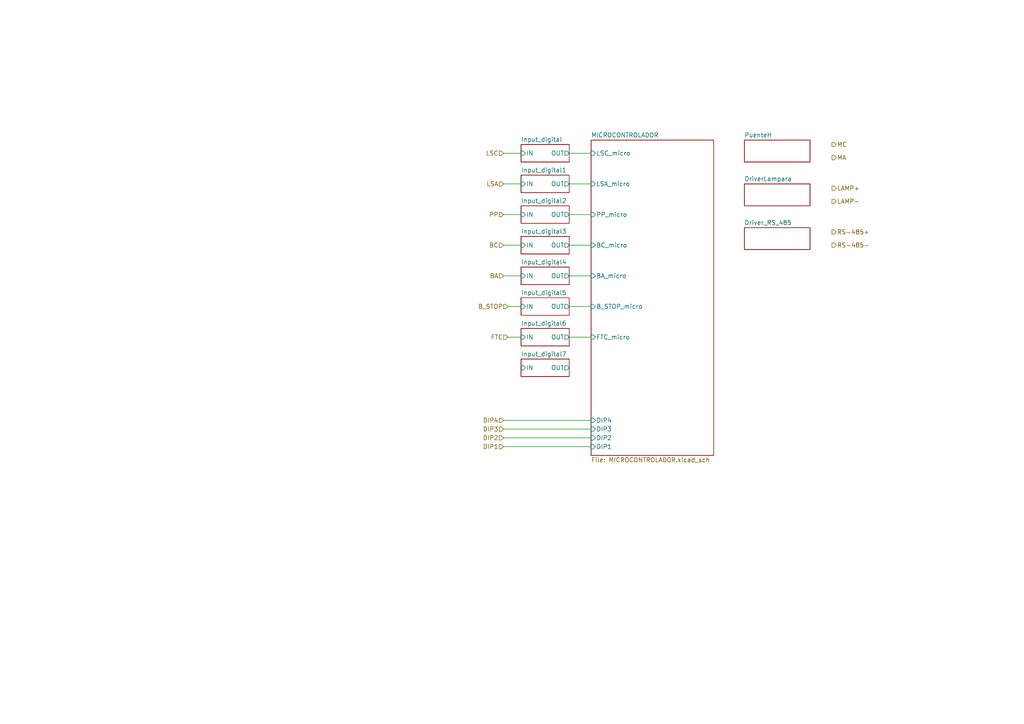
<source format=kicad_sch>
(kicad_sch
	(version 20250114)
	(generator "eeschema")
	(generator_version "9.0")
	(uuid "d0fe5677-f880-4651-8774-e9aeb304ae1a")
	(paper "A4")
	(lib_symbols)
	(wire
		(pts
			(xy 146.05 124.46) (xy 171.45 124.46)
		)
		(stroke
			(width 0)
			(type default)
		)
		(uuid "00c3f3d2-9400-418b-9868-5d78c4cbf39e")
	)
	(wire
		(pts
			(xy 146.05 121.92) (xy 171.45 121.92)
		)
		(stroke
			(width 0)
			(type default)
		)
		(uuid "00da3a63-4639-4c33-9a16-d4ba389ae782")
	)
	(wire
		(pts
			(xy 165.1 97.79) (xy 171.45 97.79)
		)
		(stroke
			(width 0)
			(type default)
		)
		(uuid "058bcb01-c98c-4d8a-9271-a0b84e83ddb9")
	)
	(wire
		(pts
			(xy 165.1 62.23) (xy 171.45 62.23)
		)
		(stroke
			(width 0)
			(type default)
		)
		(uuid "0ad70b3b-eb2d-41e6-832d-dcf01a9451ee")
	)
	(wire
		(pts
			(xy 146.05 129.54) (xy 171.45 129.54)
		)
		(stroke
			(width 0)
			(type default)
		)
		(uuid "1468d6a1-ae65-4116-940e-7476c6b0410e")
	)
	(wire
		(pts
			(xy 165.1 44.45) (xy 171.45 44.45)
		)
		(stroke
			(width 0)
			(type default)
		)
		(uuid "362117b9-2306-42b0-b104-cd9b0839b119")
	)
	(wire
		(pts
			(xy 146.05 127) (xy 171.45 127)
		)
		(stroke
			(width 0)
			(type default)
		)
		(uuid "59957391-6af1-4b76-83a1-cc0b94e4e790")
	)
	(wire
		(pts
			(xy 165.1 88.9) (xy 171.45 88.9)
		)
		(stroke
			(width 0)
			(type default)
		)
		(uuid "599a7d92-85e5-4f5f-93cd-a8c9ff16fc39")
	)
	(wire
		(pts
			(xy 146.05 44.45) (xy 151.13 44.45)
		)
		(stroke
			(width 0)
			(type default)
		)
		(uuid "5b38a06d-1ae9-455f-bbbe-2336cd336613")
	)
	(wire
		(pts
			(xy 146.05 62.23) (xy 151.13 62.23)
		)
		(stroke
			(width 0)
			(type default)
		)
		(uuid "6467e95c-d278-4639-9b09-93d235c8f937")
	)
	(wire
		(pts
			(xy 146.05 53.34) (xy 151.13 53.34)
		)
		(stroke
			(width 0)
			(type default)
		)
		(uuid "a9ecc670-3a14-4dc5-9de1-1ac76616737d")
	)
	(wire
		(pts
			(xy 146.05 71.12) (xy 151.13 71.12)
		)
		(stroke
			(width 0)
			(type default)
		)
		(uuid "b1ee17b1-1542-491a-9564-99c7b03189b3")
	)
	(wire
		(pts
			(xy 147.32 97.79) (xy 151.13 97.79)
		)
		(stroke
			(width 0)
			(type default)
		)
		(uuid "bf242e5a-ee05-47b5-9854-e2c87827d93f")
	)
	(wire
		(pts
			(xy 165.1 53.34) (xy 171.45 53.34)
		)
		(stroke
			(width 0)
			(type default)
		)
		(uuid "d23f534f-2dec-4b57-aa23-165c9a8b458f")
	)
	(wire
		(pts
			(xy 165.1 71.12) (xy 171.45 71.12)
		)
		(stroke
			(width 0)
			(type default)
		)
		(uuid "dbe99ae2-52ac-4ddc-8f6f-522ed0da12a3")
	)
	(wire
		(pts
			(xy 146.05 80.01) (xy 151.13 80.01)
		)
		(stroke
			(width 0)
			(type default)
		)
		(uuid "e244d5d7-4f1c-408e-859a-c763c265176f")
	)
	(wire
		(pts
			(xy 147.32 88.9) (xy 151.13 88.9)
		)
		(stroke
			(width 0)
			(type default)
		)
		(uuid "ea0f7266-d23a-4698-96c3-ff21ee4fad2c")
	)
	(wire
		(pts
			(xy 165.1 80.01) (xy 171.45 80.01)
		)
		(stroke
			(width 0)
			(type default)
		)
		(uuid "f09b4cd0-cceb-45f3-a7d9-f9f4eec3fe45")
	)
	(hierarchical_label "PP"
		(shape input)
		(at 146.05 62.23 180)
		(effects
			(font
				(size 1.27 1.27)
			)
			(justify right)
		)
		(uuid "107aaee1-f3cd-4a48-b284-5cc7ff503d93")
	)
	(hierarchical_label "MC"
		(shape output)
		(at 241.3 41.91 0)
		(effects
			(font
				(size 1.27 1.27)
			)
			(justify left)
		)
		(uuid "2b73c386-a490-4f2b-871c-762513c9c057")
	)
	(hierarchical_label "DIP1"
		(shape input)
		(at 146.05 129.54 180)
		(effects
			(font
				(size 1.27 1.27)
			)
			(justify right)
		)
		(uuid "2d22d601-5141-4bfc-a370-7bbf2ad17032")
	)
	(hierarchical_label "LSC"
		(shape input)
		(at 146.05 44.45 180)
		(effects
			(font
				(size 1.27 1.27)
			)
			(justify right)
		)
		(uuid "46f98ffd-545c-4593-9fc7-cf54d9c1fafd")
	)
	(hierarchical_label "LAMP-"
		(shape output)
		(at 241.3 58.42 0)
		(effects
			(font
				(size 1.27 1.27)
			)
			(justify left)
		)
		(uuid "476f71c0-a2b1-401c-89c2-18167d394dc0")
	)
	(hierarchical_label "MA"
		(shape output)
		(at 241.3 45.72 0)
		(effects
			(font
				(size 1.27 1.27)
			)
			(justify left)
		)
		(uuid "48808b55-9fd3-491c-bba5-b506f1a81ef0")
	)
	(hierarchical_label "RS-485-"
		(shape output)
		(at 241.3 71.12 0)
		(effects
			(font
				(size 1.27 1.27)
			)
			(justify left)
		)
		(uuid "6552502d-6c76-48a4-82ec-7e270f383e58")
	)
	(hierarchical_label "DIP3"
		(shape input)
		(at 146.05 124.46 180)
		(effects
			(font
				(size 1.27 1.27)
			)
			(justify right)
		)
		(uuid "67f3ab1e-2b8a-4cf7-80ba-6a023073a0f4")
	)
	(hierarchical_label "LAMP+"
		(shape output)
		(at 241.3 54.61 0)
		(effects
			(font
				(size 1.27 1.27)
			)
			(justify left)
		)
		(uuid "798c8e95-1ac9-468d-9dfc-89bf03faf16e")
	)
	(hierarchical_label "BA"
		(shape input)
		(at 146.05 80.01 180)
		(effects
			(font
				(size 1.27 1.27)
			)
			(justify right)
		)
		(uuid "8c66cd03-e072-4ed3-ab13-13ab652737ff")
	)
	(hierarchical_label "B_STOP"
		(shape input)
		(at 147.32 88.9 180)
		(effects
			(font
				(size 1.27 1.27)
			)
			(justify right)
		)
		(uuid "935dc878-5d11-4a05-8072-e48216e53eef")
	)
	(hierarchical_label "BC"
		(shape input)
		(at 146.05 71.12 180)
		(effects
			(font
				(size 1.27 1.27)
			)
			(justify right)
		)
		(uuid "a3509665-f516-4e3d-b528-80b6a5d6d73e")
	)
	(hierarchical_label "LSA"
		(shape input)
		(at 146.05 53.34 180)
		(effects
			(font
				(size 1.27 1.27)
			)
			(justify right)
		)
		(uuid "c92c5afa-2f57-416b-a477-9dc99b23ea2e")
	)
	(hierarchical_label "RS-485+"
		(shape output)
		(at 241.3 67.31 0)
		(effects
			(font
				(size 1.27 1.27)
			)
			(justify left)
		)
		(uuid "ce65a09c-455a-48fe-90b1-26415dc2ab2b")
	)
	(hierarchical_label "DIP4"
		(shape input)
		(at 146.05 121.92 180)
		(effects
			(font
				(size 1.27 1.27)
			)
			(justify right)
		)
		(uuid "d0fec52c-e474-477c-90d7-d22189f4de0c")
	)
	(hierarchical_label "FTC"
		(shape input)
		(at 147.32 97.79 180)
		(effects
			(font
				(size 1.27 1.27)
			)
			(justify right)
		)
		(uuid "db65cbec-27fa-4a75-ade8-0af98b0e9417")
	)
	(hierarchical_label "DIP2"
		(shape input)
		(at 146.05 127 180)
		(effects
			(font
				(size 1.27 1.27)
			)
			(justify right)
		)
		(uuid "ebd901c9-880c-477c-bdaa-123f8fbdd081")
	)
	(sheet
		(at 151.13 104.14)
		(size 13.97 5.08)
		(exclude_from_sim no)
		(in_bom yes)
		(on_board yes)
		(dnp no)
		(fields_autoplaced yes)
		(stroke
			(width 0.1524)
			(type solid)
		)
		(fill
			(color 0 0 0 0.0000)
		)
		(uuid "09889ae5-31b6-4315-a992-420fd2a21345")
		(property "Sheetname" "Input_digital7"
			(at 151.13 103.4284 0)
			(effects
				(font
					(size 1.27 1.27)
				)
				(justify left bottom)
			)
		)
		(property "Sheetfile" "Input_digital.kicad_sch"
			(at 151.13 109.8046 0)
			(effects
				(font
					(size 1.27 1.27)
				)
				(justify left top)
				(hide yes)
			)
		)
		(pin "IN" input
			(at 151.13 106.68 180)
			(uuid "73361028-7b0c-4aa1-9689-4d72da8e75a8")
			(effects
				(font
					(size 1.27 1.27)
				)
				(justify left)
			)
		)
		(pin "OUT" output
			(at 165.1 106.68 0)
			(uuid "c4ee683d-72bf-4f69-9216-790e316fecbe")
			(effects
				(font
					(size 1.27 1.27)
				)
				(justify right)
			)
		)
		(instances
			(project "Micro_puerta"
				(path "/1b977d99-1d22-4971-9e37-13f65a474bc7/be4a5a19-382f-465e-8ce7-b4d36dda7d2a"
					(page "10")
				)
			)
		)
	)
	(sheet
		(at 151.13 95.25)
		(size 13.97 5.08)
		(exclude_from_sim no)
		(in_bom yes)
		(on_board yes)
		(dnp no)
		(fields_autoplaced yes)
		(stroke
			(width 0.1524)
			(type solid)
		)
		(fill
			(color 0 0 0 0.0000)
		)
		(uuid "498ee43e-cb17-4bcb-97c5-78d25d4a76d9")
		(property "Sheetname" "Input_digital6"
			(at 151.13 94.5384 0)
			(effects
				(font
					(size 1.27 1.27)
				)
				(justify left bottom)
			)
		)
		(property "Sheetfile" "Input_digital.kicad_sch"
			(at 151.13 100.9146 0)
			(effects
				(font
					(size 1.27 1.27)
				)
				(justify left top)
				(hide yes)
			)
		)
		(pin "IN" input
			(at 151.13 97.79 180)
			(uuid "379934a9-b6e5-4854-b536-32690239b94c")
			(effects
				(font
					(size 1.27 1.27)
				)
				(justify left)
			)
		)
		(pin "OUT" output
			(at 165.1 97.79 0)
			(uuid "354b3e54-9153-4bb4-8da4-306ac2a30e26")
			(effects
				(font
					(size 1.27 1.27)
				)
				(justify right)
			)
		)
		(instances
			(project "Micro_puerta"
				(path "/1b977d99-1d22-4971-9e37-13f65a474bc7/be4a5a19-382f-465e-8ce7-b4d36dda7d2a"
					(page "9")
				)
			)
		)
	)
	(sheet
		(at 215.9 66.04)
		(size 19.05 6.35)
		(exclude_from_sim no)
		(in_bom yes)
		(on_board yes)
		(dnp no)
		(fields_autoplaced yes)
		(stroke
			(width 0.1524)
			(type solid)
		)
		(fill
			(color 0 0 0 0.0000)
		)
		(uuid "5997f8d1-ad14-4af7-ad5c-694bf1e7ea3c")
		(property "Sheetname" "Driver_RS_485"
			(at 215.9 65.3284 0)
			(effects
				(font
					(size 1.27 1.27)
				)
				(justify left bottom)
			)
		)
		(property "Sheetfile" "Driver_RS_485.kicad_sch"
			(at 215.9 72.9746 0)
			(effects
				(font
					(size 1.27 1.27)
				)
				(justify left top)
				(hide yes)
			)
		)
		(instances
			(project "Micro_puerta"
				(path "/1b977d99-1d22-4971-9e37-13f65a474bc7/be4a5a19-382f-465e-8ce7-b4d36dda7d2a"
					(page "15")
				)
			)
		)
	)
	(sheet
		(at 171.45 40.64)
		(size 35.56 91.44)
		(exclude_from_sim no)
		(in_bom yes)
		(on_board yes)
		(dnp no)
		(fields_autoplaced yes)
		(stroke
			(width 0.1524)
			(type solid)
		)
		(fill
			(color 0 0 0 0.0000)
		)
		(uuid "5df3b7e9-7623-4507-b778-b28e041d7a6c")
		(property "Sheetname" "MICROCONTROLADOR"
			(at 171.45 39.9284 0)
			(effects
				(font
					(size 1.27 1.27)
				)
				(justify left bottom)
			)
		)
		(property "Sheetfile" "MICROCONTROLADOR.kicad_sch"
			(at 171.45 132.6646 0)
			(effects
				(font
					(size 1.27 1.27)
				)
				(justify left top)
			)
		)
		(pin "DIP1" input
			(at 171.45 129.54 180)
			(uuid "8616ee00-7017-4392-9eb7-acb9724f0e9e")
			(effects
				(font
					(size 1.27 1.27)
				)
				(justify left)
			)
		)
		(pin "DIP2" input
			(at 171.45 127 180)
			(uuid "a741d09a-c3b8-432f-8244-776e083237ed")
			(effects
				(font
					(size 1.27 1.27)
				)
				(justify left)
			)
		)
		(pin "DIP3" input
			(at 171.45 124.46 180)
			(uuid "e5c8c760-9686-4fce-8af3-bb43e31ae134")
			(effects
				(font
					(size 1.27 1.27)
				)
				(justify left)
			)
		)
		(pin "DIP4" input
			(at 171.45 121.92 180)
			(uuid "7d6e5eca-5bce-4eb7-8a44-43fa51558b37")
			(effects
				(font
					(size 1.27 1.27)
				)
				(justify left)
			)
		)
		(pin "BA_micro" input
			(at 171.45 80.01 180)
			(uuid "92edf26a-7985-4dcc-92cd-3e0e55a29492")
			(effects
				(font
					(size 1.27 1.27)
				)
				(justify left)
			)
		)
		(pin "BC_micro" input
			(at 171.45 71.12 180)
			(uuid "e3d24562-2c17-44b8-9a10-5cf9605b69fc")
			(effects
				(font
					(size 1.27 1.27)
				)
				(justify left)
			)
		)
		(pin "B_STOP_micro" input
			(at 171.45 88.9 180)
			(uuid "b0354425-7dd9-4a17-9a6b-7716d07975df")
			(effects
				(font
					(size 1.27 1.27)
				)
				(justify left)
			)
		)
		(pin "FTC_micro" input
			(at 171.45 97.79 180)
			(uuid "a902d139-7572-4fb6-b7fb-9b5cf71a0777")
			(effects
				(font
					(size 1.27 1.27)
				)
				(justify left)
			)
		)
		(pin "LSA_micro" input
			(at 171.45 53.34 180)
			(uuid "8b79d217-51c9-4e5f-985d-a2667802cfb1")
			(effects
				(font
					(size 1.27 1.27)
				)
				(justify left)
			)
		)
		(pin "LSC_micro" input
			(at 171.45 44.45 180)
			(uuid "34c2937b-456d-4aa0-9873-fbe601552541")
			(effects
				(font
					(size 1.27 1.27)
				)
				(justify left)
			)
		)
		(pin "PP_micro" input
			(at 171.45 62.23 180)
			(uuid "5dc7a3e6-f5fb-498c-888d-5d2585682f5a")
			(effects
				(font
					(size 1.27 1.27)
				)
				(justify left)
			)
		)
		(instances
			(project "Micro_puerta"
				(path "/1b977d99-1d22-4971-9e37-13f65a474bc7/be4a5a19-382f-465e-8ce7-b4d36dda7d2a"
					(page "11")
				)
			)
		)
	)
	(sheet
		(at 151.13 50.8)
		(size 13.97 5.08)
		(exclude_from_sim no)
		(in_bom yes)
		(on_board yes)
		(dnp no)
		(fields_autoplaced yes)
		(stroke
			(width 0.1524)
			(type solid)
		)
		(fill
			(color 0 0 0 0.0000)
		)
		(uuid "63227406-7c3d-4285-83a6-b42f83ceff6b")
		(property "Sheetname" "Input_digital1"
			(at 151.13 50.0884 0)
			(effects
				(font
					(size 1.27 1.27)
				)
				(justify left bottom)
			)
		)
		(property "Sheetfile" "Input_digital.kicad_sch"
			(at 151.13 56.4646 0)
			(effects
				(font
					(size 1.27 1.27)
				)
				(justify left top)
				(hide yes)
			)
		)
		(pin "IN" input
			(at 151.13 53.34 180)
			(uuid "88af3a2a-0092-436f-a048-19872ee4ec13")
			(effects
				(font
					(size 1.27 1.27)
				)
				(justify left)
			)
		)
		(pin "OUT" output
			(at 165.1 53.34 0)
			(uuid "0fa70248-7ba3-497e-a066-1bbdfbea0256")
			(effects
				(font
					(size 1.27 1.27)
				)
				(justify right)
			)
		)
		(instances
			(project "Micro_puerta"
				(path "/1b977d99-1d22-4971-9e37-13f65a474bc7/be4a5a19-382f-465e-8ce7-b4d36dda7d2a"
					(page "4")
				)
			)
		)
	)
	(sheet
		(at 151.13 77.47)
		(size 13.97 5.08)
		(exclude_from_sim no)
		(in_bom yes)
		(on_board yes)
		(dnp no)
		(fields_autoplaced yes)
		(stroke
			(width 0.1524)
			(type solid)
		)
		(fill
			(color 0 0 0 0.0000)
		)
		(uuid "79e0d816-1df9-4317-b364-7dca1077c0d3")
		(property "Sheetname" "Input_digital4"
			(at 151.13 76.7584 0)
			(effects
				(font
					(size 1.27 1.27)
				)
				(justify left bottom)
			)
		)
		(property "Sheetfile" "Input_digital.kicad_sch"
			(at 151.13 83.1346 0)
			(effects
				(font
					(size 1.27 1.27)
				)
				(justify left top)
				(hide yes)
			)
		)
		(pin "IN" input
			(at 151.13 80.01 180)
			(uuid "20a85a29-24b7-47e7-82e4-e83bf714a08e")
			(effects
				(font
					(size 1.27 1.27)
				)
				(justify left)
			)
		)
		(pin "OUT" output
			(at 165.1 80.01 0)
			(uuid "5f80038e-fe5d-4efb-88ea-5b427af6b420")
			(effects
				(font
					(size 1.27 1.27)
				)
				(justify right)
			)
		)
		(instances
			(project "Micro_puerta"
				(path "/1b977d99-1d22-4971-9e37-13f65a474bc7/be4a5a19-382f-465e-8ce7-b4d36dda7d2a"
					(page "7")
				)
			)
		)
	)
	(sheet
		(at 151.13 68.58)
		(size 13.97 5.08)
		(exclude_from_sim no)
		(in_bom yes)
		(on_board yes)
		(dnp no)
		(fields_autoplaced yes)
		(stroke
			(width 0.1524)
			(type solid)
		)
		(fill
			(color 0 0 0 0.0000)
		)
		(uuid "7bcfcb45-1e59-442b-9b75-6f4c16a8f83c")
		(property "Sheetname" "Input_digital3"
			(at 151.13 67.8684 0)
			(effects
				(font
					(size 1.27 1.27)
				)
				(justify left bottom)
			)
		)
		(property "Sheetfile" "Input_digital.kicad_sch"
			(at 151.13 74.2446 0)
			(effects
				(font
					(size 1.27 1.27)
				)
				(justify left top)
				(hide yes)
			)
		)
		(pin "IN" input
			(at 151.13 71.12 180)
			(uuid "0eada5bf-8893-4b3e-b2a2-a30a1c5b959f")
			(effects
				(font
					(size 1.27 1.27)
				)
				(justify left)
			)
		)
		(pin "OUT" output
			(at 165.1 71.12 0)
			(uuid "63f7e5d1-6375-4147-b742-296b558eb40b")
			(effects
				(font
					(size 1.27 1.27)
				)
				(justify right)
			)
		)
		(instances
			(project "Micro_puerta"
				(path "/1b977d99-1d22-4971-9e37-13f65a474bc7/be4a5a19-382f-465e-8ce7-b4d36dda7d2a"
					(page "6")
				)
			)
		)
	)
	(sheet
		(at 151.13 86.36)
		(size 13.97 5.08)
		(exclude_from_sim no)
		(in_bom yes)
		(on_board yes)
		(dnp no)
		(fields_autoplaced yes)
		(stroke
			(width 0.1524)
			(type solid)
		)
		(fill
			(color 0 0 0 0.0000)
		)
		(uuid "8d930a81-6f29-4b62-9f3d-3538f0be8ed0")
		(property "Sheetname" "Input_digital5"
			(at 151.13 85.6484 0)
			(effects
				(font
					(size 1.27 1.27)
				)
				(justify left bottom)
			)
		)
		(property "Sheetfile" "Input_digital.kicad_sch"
			(at 151.13 92.0246 0)
			(effects
				(font
					(size 1.27 1.27)
				)
				(justify left top)
				(hide yes)
			)
		)
		(pin "IN" input
			(at 151.13 88.9 180)
			(uuid "c704502c-2621-4c91-8a25-d418ab597dc2")
			(effects
				(font
					(size 1.27 1.27)
				)
				(justify left)
			)
		)
		(pin "OUT" output
			(at 165.1 88.9 0)
			(uuid "632053a2-6e53-4166-94d9-2b9bdb752897")
			(effects
				(font
					(size 1.27 1.27)
				)
				(justify right)
			)
		)
		(instances
			(project "Micro_puerta"
				(path "/1b977d99-1d22-4971-9e37-13f65a474bc7/be4a5a19-382f-465e-8ce7-b4d36dda7d2a"
					(page "8")
				)
			)
		)
	)
	(sheet
		(at 151.13 59.69)
		(size 13.97 5.08)
		(exclude_from_sim no)
		(in_bom yes)
		(on_board yes)
		(dnp no)
		(fields_autoplaced yes)
		(stroke
			(width 0.1524)
			(type solid)
		)
		(fill
			(color 0 0 0 0.0000)
		)
		(uuid "a7a86acf-c198-486e-a42b-273da68a112d")
		(property "Sheetname" "Input_digital2"
			(at 151.13 58.9784 0)
			(effects
				(font
					(size 1.27 1.27)
				)
				(justify left bottom)
			)
		)
		(property "Sheetfile" "Input_digital.kicad_sch"
			(at 151.13 65.3546 0)
			(effects
				(font
					(size 1.27 1.27)
				)
				(justify left top)
				(hide yes)
			)
		)
		(pin "IN" input
			(at 151.13 62.23 180)
			(uuid "cb5c272b-98d1-4eef-846f-2bf531a8f6a2")
			(effects
				(font
					(size 1.27 1.27)
				)
				(justify left)
			)
		)
		(pin "OUT" output
			(at 165.1 62.23 0)
			(uuid "34d22d65-87e4-4a29-b3a0-1b8be0a37235")
			(effects
				(font
					(size 1.27 1.27)
				)
				(justify right)
			)
		)
		(instances
			(project "Micro_puerta"
				(path "/1b977d99-1d22-4971-9e37-13f65a474bc7/be4a5a19-382f-465e-8ce7-b4d36dda7d2a"
					(page "5")
				)
			)
		)
	)
	(sheet
		(at 215.9 53.34)
		(size 19.05 6.35)
		(exclude_from_sim no)
		(in_bom yes)
		(on_board yes)
		(dnp no)
		(fields_autoplaced yes)
		(stroke
			(width 0.1524)
			(type solid)
		)
		(fill
			(color 0 0 0 0.0000)
		)
		(uuid "bfcc3fa2-33a1-42b9-9f87-e8fbea842790")
		(property "Sheetname" "DriverLampara"
			(at 215.9 52.6284 0)
			(effects
				(font
					(size 1.27 1.27)
				)
				(justify left bottom)
			)
		)
		(property "Sheetfile" "DriverLampara.kicad_sch"
			(at 215.9 60.2746 0)
			(effects
				(font
					(size 1.27 1.27)
				)
				(justify left top)
				(hide yes)
			)
		)
		(instances
			(project "Micro_puerta"
				(path "/1b977d99-1d22-4971-9e37-13f65a474bc7/be4a5a19-382f-465e-8ce7-b4d36dda7d2a"
					(page "14")
				)
			)
		)
	)
	(sheet
		(at 151.13 41.91)
		(size 13.97 5.08)
		(exclude_from_sim no)
		(in_bom yes)
		(on_board yes)
		(dnp no)
		(fields_autoplaced yes)
		(stroke
			(width 0.1524)
			(type solid)
		)
		(fill
			(color 0 0 0 0.0000)
		)
		(uuid "c68ead41-e356-4f95-bd9f-b2af4554166d")
		(property "Sheetname" "Input_digital"
			(at 151.13 41.1984 0)
			(effects
				(font
					(size 1.27 1.27)
				)
				(justify left bottom)
			)
		)
		(property "Sheetfile" "Input_digital.kicad_sch"
			(at 151.13 47.5746 0)
			(effects
				(font
					(size 1.27 1.27)
				)
				(justify left top)
				(hide yes)
			)
		)
		(pin "IN" input
			(at 151.13 44.45 180)
			(uuid "d28a44bd-32bd-4583-a694-36ae4c87c446")
			(effects
				(font
					(size 1.27 1.27)
				)
				(justify left)
			)
		)
		(pin "OUT" output
			(at 165.1 44.45 0)
			(uuid "ff158f64-fc7a-4721-9995-ddfc0b8f5513")
			(effects
				(font
					(size 1.27 1.27)
				)
				(justify right)
			)
		)
		(instances
			(project "Micro_puerta"
				(path "/1b977d99-1d22-4971-9e37-13f65a474bc7/be4a5a19-382f-465e-8ce7-b4d36dda7d2a"
					(page "3")
				)
			)
		)
	)
	(sheet
		(at 215.9 40.64)
		(size 19.05 6.35)
		(exclude_from_sim no)
		(in_bom yes)
		(on_board yes)
		(dnp no)
		(fields_autoplaced yes)
		(stroke
			(width 0.1524)
			(type solid)
		)
		(fill
			(color 0 0 0 0.0000)
		)
		(uuid "f37f3d81-c124-4514-96cc-c3f6281f6816")
		(property "Sheetname" "PuenteH"
			(at 215.9 39.9284 0)
			(effects
				(font
					(size 1.27 1.27)
				)
				(justify left bottom)
			)
		)
		(property "Sheetfile" "PuenteH.kicad_sch"
			(at 215.9 47.5746 0)
			(effects
				(font
					(size 1.27 1.27)
				)
				(justify left top)
				(hide yes)
			)
		)
		(instances
			(project "Micro_puerta"
				(path "/1b977d99-1d22-4971-9e37-13f65a474bc7/be4a5a19-382f-465e-8ce7-b4d36dda7d2a"
					(page "13")
				)
			)
		)
	)
)

</source>
